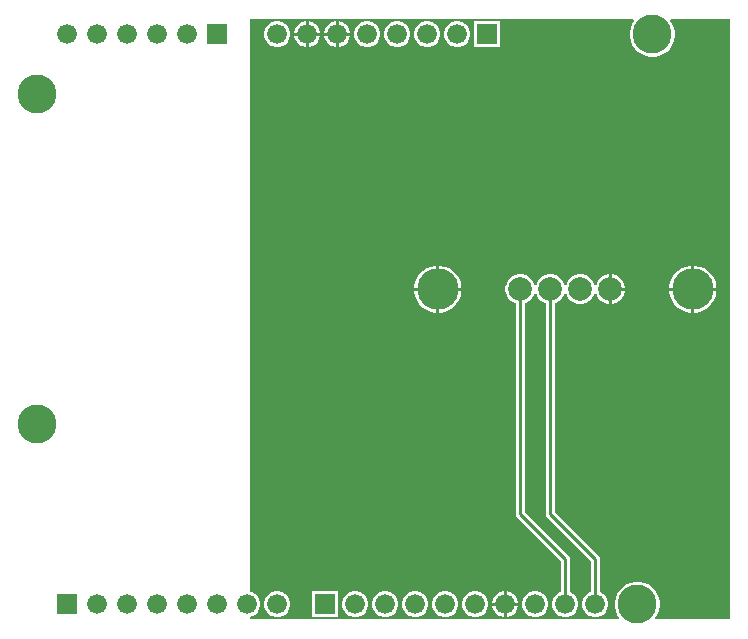
<source format=gbl>
G04*
G04 #@! TF.GenerationSoftware,Altium Limited,Altium Designer,23.10.1 (27)*
G04*
G04 Layer_Physical_Order=2*
G04 Layer_Color=16711680*
%FSLAX44Y44*%
%MOMM*%
G71*
G04*
G04 #@! TF.SameCoordinates,07F531DC-FA92-4897-9D3F-F805C0A64ABC*
G04*
G04*
G04 #@! TF.FilePolarity,Positive*
G04*
G01*
G75*
%ADD13C,0.2540*%
%ADD28C,1.6764*%
%ADD29C,3.3000*%
%ADD30R,1.6764X1.6764*%
%ADD31C,2.0000*%
%ADD32C,3.5000*%
G36*
X1358900Y444500D02*
X1296101D01*
X1295422Y445770D01*
X1297033Y448181D01*
X1298468Y451646D01*
X1299200Y455325D01*
Y459075D01*
X1298468Y462754D01*
X1297033Y466219D01*
X1294949Y469337D01*
X1292297Y471989D01*
X1289179Y474073D01*
X1285714Y475508D01*
X1282035Y476240D01*
X1278285D01*
X1274606Y475508D01*
X1271141Y474073D01*
X1268023Y471989D01*
X1265371Y469337D01*
X1263287Y466219D01*
X1261852Y462754D01*
X1261120Y459075D01*
Y455325D01*
X1261852Y451646D01*
X1263287Y448181D01*
X1264898Y445770D01*
X1264219Y444500D01*
X952500D01*
Y446573D01*
X954176Y447022D01*
X956666Y448460D01*
X958700Y450494D01*
X960138Y452984D01*
X960882Y455762D01*
Y458638D01*
X960138Y461416D01*
X958700Y463906D01*
X956666Y465940D01*
X954176Y467378D01*
X952500Y467827D01*
Y952500D01*
X1276919D01*
X1277598Y951230D01*
X1275987Y948819D01*
X1274552Y945354D01*
X1273820Y941675D01*
Y937925D01*
X1274552Y934246D01*
X1275987Y930781D01*
X1278071Y927663D01*
X1280723Y925011D01*
X1283841Y922927D01*
X1287306Y921492D01*
X1290985Y920760D01*
X1294735D01*
X1298414Y921492D01*
X1301879Y922927D01*
X1304997Y925011D01*
X1307649Y927663D01*
X1309733Y930781D01*
X1311168Y934246D01*
X1311900Y937925D01*
Y941675D01*
X1311168Y945354D01*
X1309733Y948819D01*
X1308122Y951230D01*
X1308801Y952500D01*
X1358900D01*
Y444500D01*
D02*
G37*
%LPC*%
G36*
X1027598Y950722D02*
X1027430D01*
Y941070D01*
X1037082D01*
Y941238D01*
X1036338Y944016D01*
X1034900Y946506D01*
X1032866Y948540D01*
X1030376Y949978D01*
X1027598Y950722D01*
D02*
G37*
G36*
X1002198D02*
X1002030D01*
Y941070D01*
X1011682D01*
Y941238D01*
X1010938Y944016D01*
X1009500Y946506D01*
X1007466Y948540D01*
X1004976Y949978D01*
X1002198Y950722D01*
D02*
G37*
G36*
X1024890D02*
X1024722D01*
X1021944Y949978D01*
X1019454Y948540D01*
X1017420Y946506D01*
X1015982Y944016D01*
X1015238Y941238D01*
Y941070D01*
X1024890D01*
Y950722D01*
D02*
G37*
G36*
X999490D02*
X999322D01*
X996544Y949978D01*
X994054Y948540D01*
X992020Y946506D01*
X990582Y944016D01*
X989838Y941238D01*
Y941070D01*
X999490D01*
Y950722D01*
D02*
G37*
G36*
X1164082D02*
X1142238D01*
Y928878D01*
X1164082D01*
Y950722D01*
D02*
G37*
G36*
X1129198D02*
X1126322D01*
X1123544Y949978D01*
X1121054Y948540D01*
X1119020Y946506D01*
X1117582Y944016D01*
X1116838Y941238D01*
Y938362D01*
X1117582Y935584D01*
X1119020Y933094D01*
X1121054Y931060D01*
X1123544Y929622D01*
X1126322Y928878D01*
X1129198D01*
X1131976Y929622D01*
X1134466Y931060D01*
X1136500Y933094D01*
X1137938Y935584D01*
X1138682Y938362D01*
Y941238D01*
X1137938Y944016D01*
X1136500Y946506D01*
X1134466Y948540D01*
X1131976Y949978D01*
X1129198Y950722D01*
D02*
G37*
G36*
X1103798D02*
X1100922D01*
X1098144Y949978D01*
X1095654Y948540D01*
X1093620Y946506D01*
X1092182Y944016D01*
X1091438Y941238D01*
Y938362D01*
X1092182Y935584D01*
X1093620Y933094D01*
X1095654Y931060D01*
X1098144Y929622D01*
X1100922Y928878D01*
X1103798D01*
X1106576Y929622D01*
X1109066Y931060D01*
X1111100Y933094D01*
X1112538Y935584D01*
X1113282Y938362D01*
Y941238D01*
X1112538Y944016D01*
X1111100Y946506D01*
X1109066Y948540D01*
X1106576Y949978D01*
X1103798Y950722D01*
D02*
G37*
G36*
X1078398D02*
X1075522D01*
X1072744Y949978D01*
X1070254Y948540D01*
X1068220Y946506D01*
X1066782Y944016D01*
X1066038Y941238D01*
Y938362D01*
X1066782Y935584D01*
X1068220Y933094D01*
X1070254Y931060D01*
X1072744Y929622D01*
X1075522Y928878D01*
X1078398D01*
X1081176Y929622D01*
X1083666Y931060D01*
X1085700Y933094D01*
X1087138Y935584D01*
X1087882Y938362D01*
Y941238D01*
X1087138Y944016D01*
X1085700Y946506D01*
X1083666Y948540D01*
X1081176Y949978D01*
X1078398Y950722D01*
D02*
G37*
G36*
X1052998D02*
X1050122D01*
X1047344Y949978D01*
X1044854Y948540D01*
X1042820Y946506D01*
X1041382Y944016D01*
X1040638Y941238D01*
Y938362D01*
X1041382Y935584D01*
X1042820Y933094D01*
X1044854Y931060D01*
X1047344Y929622D01*
X1050122Y928878D01*
X1052998D01*
X1055776Y929622D01*
X1058266Y931060D01*
X1060300Y933094D01*
X1061738Y935584D01*
X1062482Y938362D01*
Y941238D01*
X1061738Y944016D01*
X1060300Y946506D01*
X1058266Y948540D01*
X1055776Y949978D01*
X1052998Y950722D01*
D02*
G37*
G36*
X1037082Y938530D02*
X1027430D01*
Y928878D01*
X1027598D01*
X1030376Y929622D01*
X1032866Y931060D01*
X1034900Y933094D01*
X1036338Y935584D01*
X1037082Y938362D01*
Y938530D01*
D02*
G37*
G36*
X1024890D02*
X1015238D01*
Y938362D01*
X1015982Y935584D01*
X1017420Y933094D01*
X1019454Y931060D01*
X1021944Y929622D01*
X1024722Y928878D01*
X1024890D01*
Y938530D01*
D02*
G37*
G36*
X1011682D02*
X1002030D01*
Y928878D01*
X1002198D01*
X1004976Y929622D01*
X1007466Y931060D01*
X1009500Y933094D01*
X1010938Y935584D01*
X1011682Y938362D01*
Y938530D01*
D02*
G37*
G36*
X999490D02*
X989838D01*
Y938362D01*
X990582Y935584D01*
X992020Y933094D01*
X994054Y931060D01*
X996544Y929622D01*
X999322Y928878D01*
X999490D01*
Y938530D01*
D02*
G37*
G36*
X976798Y950722D02*
X973922D01*
X971144Y949978D01*
X968654Y948540D01*
X966620Y946506D01*
X965182Y944016D01*
X964438Y941238D01*
Y938362D01*
X965182Y935584D01*
X966620Y933094D01*
X968654Y931060D01*
X971144Y929622D01*
X973922Y928878D01*
X976798D01*
X979576Y929622D01*
X982066Y931060D01*
X984100Y933094D01*
X985538Y935584D01*
X986282Y938362D01*
Y941238D01*
X985538Y944016D01*
X984100Y946506D01*
X982066Y948540D01*
X979576Y949978D01*
X976798Y950722D01*
D02*
G37*
G36*
X1256030Y736440D02*
X1255649D01*
X1252460Y735585D01*
X1249600Y733934D01*
X1247265Y731600D01*
X1245615Y728740D01*
X1245257Y727407D01*
X1243943D01*
X1243585Y728740D01*
X1241935Y731600D01*
X1239600Y733934D01*
X1236740Y735585D01*
X1233551Y736440D01*
X1230249D01*
X1227060Y735585D01*
X1224200Y733934D01*
X1221865Y731600D01*
X1220215Y728740D01*
X1219857Y727407D01*
X1218543D01*
X1218185Y728740D01*
X1216535Y731600D01*
X1214200Y733934D01*
X1211340Y735585D01*
X1208151Y736440D01*
X1204849D01*
X1201660Y735585D01*
X1198800Y733934D01*
X1196466Y731600D01*
X1194815Y728740D01*
X1194457Y727407D01*
X1193143D01*
X1192785Y728740D01*
X1191134Y731600D01*
X1188800Y733934D01*
X1185940Y735585D01*
X1182751Y736440D01*
X1179449D01*
X1176260Y735585D01*
X1173400Y733934D01*
X1171066Y731600D01*
X1169415Y728740D01*
X1168560Y725551D01*
Y722249D01*
X1169415Y719060D01*
X1171066Y716200D01*
X1173400Y713866D01*
X1176260Y712215D01*
X1177215Y711958D01*
Y533400D01*
X1177511Y531913D01*
X1178353Y530653D01*
X1215315Y493691D01*
Y467466D01*
X1214984Y467378D01*
X1212494Y465940D01*
X1210460Y463906D01*
X1209022Y461416D01*
X1208278Y458638D01*
Y455762D01*
X1209022Y452984D01*
X1210460Y450494D01*
X1212494Y448460D01*
X1214984Y447022D01*
X1217762Y446278D01*
X1220638D01*
X1223416Y447022D01*
X1225906Y448460D01*
X1227940Y450494D01*
X1229378Y452984D01*
X1230122Y455762D01*
Y458638D01*
X1229378Y461416D01*
X1227940Y463906D01*
X1225906Y465940D01*
X1223416Y467378D01*
X1223085Y467466D01*
Y495300D01*
X1222789Y496787D01*
X1221947Y498047D01*
X1184985Y535009D01*
Y711958D01*
X1185940Y712215D01*
X1188800Y713866D01*
X1191134Y716200D01*
X1192785Y719060D01*
X1193143Y720393D01*
X1194457D01*
X1194815Y719060D01*
X1196466Y716200D01*
X1198800Y713866D01*
X1201660Y712215D01*
X1202615Y711958D01*
Y533400D01*
X1202911Y531913D01*
X1203753Y530653D01*
X1240715Y493691D01*
Y467466D01*
X1240384Y467378D01*
X1237894Y465940D01*
X1235860Y463906D01*
X1234422Y461416D01*
X1233678Y458638D01*
Y455762D01*
X1234422Y452984D01*
X1235860Y450494D01*
X1237894Y448460D01*
X1240384Y447022D01*
X1243162Y446278D01*
X1246038D01*
X1248816Y447022D01*
X1251306Y448460D01*
X1253340Y450494D01*
X1254778Y452984D01*
X1255522Y455762D01*
Y458638D01*
X1254778Y461416D01*
X1253340Y463906D01*
X1251306Y465940D01*
X1248816Y467378D01*
X1248485Y467466D01*
Y495300D01*
X1248189Y496787D01*
X1247347Y498047D01*
X1210385Y535009D01*
Y711958D01*
X1211340Y712215D01*
X1214200Y713866D01*
X1216535Y716200D01*
X1218185Y719060D01*
X1218543Y720393D01*
X1219857D01*
X1220215Y719060D01*
X1221865Y716200D01*
X1224200Y713866D01*
X1227060Y712215D01*
X1230249Y711360D01*
X1233551D01*
X1236740Y712215D01*
X1239600Y713866D01*
X1241935Y716200D01*
X1243585Y719060D01*
X1243943Y720393D01*
X1245257D01*
X1245615Y719060D01*
X1247265Y716200D01*
X1249600Y713866D01*
X1252460Y712215D01*
X1255649Y711360D01*
X1256030D01*
Y723900D01*
Y736440D01*
D02*
G37*
G36*
X1329124Y743940D02*
X1328420D01*
Y725170D01*
X1347190D01*
Y725874D01*
X1346420Y729745D01*
X1344909Y733392D01*
X1342716Y736675D01*
X1339925Y739466D01*
X1336642Y741659D01*
X1332995Y743170D01*
X1329124Y743940D01*
D02*
G37*
G36*
X1258951Y736440D02*
X1258570D01*
Y725170D01*
X1269840D01*
Y725551D01*
X1268985Y728740D01*
X1267335Y731600D01*
X1265000Y733934D01*
X1262140Y735585D01*
X1258951Y736440D01*
D02*
G37*
G36*
X1113224Y743940D02*
X1112520D01*
Y725170D01*
X1131290D01*
Y725874D01*
X1130520Y729745D01*
X1129009Y733392D01*
X1126816Y736675D01*
X1124025Y739466D01*
X1120742Y741659D01*
X1117095Y743170D01*
X1113224Y743940D01*
D02*
G37*
G36*
X1325880D02*
X1325176D01*
X1321304Y743170D01*
X1317657Y741659D01*
X1314375Y739466D01*
X1311584Y736675D01*
X1309391Y733392D01*
X1307880Y729745D01*
X1307110Y725874D01*
Y725170D01*
X1325880D01*
Y743940D01*
D02*
G37*
G36*
X1109980D02*
X1109276D01*
X1105405Y743170D01*
X1101758Y741659D01*
X1098475Y739466D01*
X1095684Y736675D01*
X1093491Y733392D01*
X1091980Y729745D01*
X1091210Y725874D01*
Y725170D01*
X1109980D01*
Y743940D01*
D02*
G37*
G36*
X1269840Y722630D02*
X1258570D01*
Y711360D01*
X1258951D01*
X1262140Y712215D01*
X1265000Y713866D01*
X1267335Y716200D01*
X1268985Y719060D01*
X1269840Y722249D01*
Y722630D01*
D02*
G37*
G36*
X1347190D02*
X1328420D01*
Y703860D01*
X1329124D01*
X1332995Y704630D01*
X1336642Y706141D01*
X1339925Y708334D01*
X1342716Y711125D01*
X1344909Y714408D01*
X1346420Y718055D01*
X1347190Y721926D01*
Y722630D01*
D02*
G37*
G36*
X1325880D02*
X1307110D01*
Y721926D01*
X1307880Y718055D01*
X1309391Y714408D01*
X1311584Y711125D01*
X1314375Y708334D01*
X1317657Y706141D01*
X1321304Y704630D01*
X1325176Y703860D01*
X1325880D01*
Y722630D01*
D02*
G37*
G36*
X1131290D02*
X1112520D01*
Y703860D01*
X1113224D01*
X1117095Y704630D01*
X1120742Y706141D01*
X1124025Y708334D01*
X1126816Y711125D01*
X1129009Y714408D01*
X1130520Y718055D01*
X1131290Y721926D01*
Y722630D01*
D02*
G37*
G36*
X1109980D02*
X1091210D01*
Y721926D01*
X1091980Y718055D01*
X1093491Y714408D01*
X1095684Y711125D01*
X1098475Y708334D01*
X1101758Y706141D01*
X1105405Y704630D01*
X1109276Y703860D01*
X1109980D01*
Y722630D01*
D02*
G37*
G36*
X1169838Y468122D02*
X1169670D01*
Y458470D01*
X1179322D01*
Y458638D01*
X1178578Y461416D01*
X1177140Y463906D01*
X1175106Y465940D01*
X1172616Y467378D01*
X1169838Y468122D01*
D02*
G37*
G36*
X1167130D02*
X1166962D01*
X1164184Y467378D01*
X1161694Y465940D01*
X1159660Y463906D01*
X1158222Y461416D01*
X1157478Y458638D01*
Y458470D01*
X1167130D01*
Y468122D01*
D02*
G37*
G36*
X1195238D02*
X1192362D01*
X1189584Y467378D01*
X1187094Y465940D01*
X1185060Y463906D01*
X1183622Y461416D01*
X1182878Y458638D01*
Y455762D01*
X1183622Y452984D01*
X1185060Y450494D01*
X1187094Y448460D01*
X1189584Y447022D01*
X1192362Y446278D01*
X1195238D01*
X1198016Y447022D01*
X1200506Y448460D01*
X1202540Y450494D01*
X1203978Y452984D01*
X1204722Y455762D01*
Y458638D01*
X1203978Y461416D01*
X1202540Y463906D01*
X1200506Y465940D01*
X1198016Y467378D01*
X1195238Y468122D01*
D02*
G37*
G36*
X1179322Y455930D02*
X1169670D01*
Y446278D01*
X1169838D01*
X1172616Y447022D01*
X1175106Y448460D01*
X1177140Y450494D01*
X1178578Y452984D01*
X1179322Y455762D01*
Y455930D01*
D02*
G37*
G36*
X1167130D02*
X1157478D01*
Y455762D01*
X1158222Y452984D01*
X1159660Y450494D01*
X1161694Y448460D01*
X1164184Y447022D01*
X1166962Y446278D01*
X1167130D01*
Y455930D01*
D02*
G37*
G36*
X1144438Y468122D02*
X1141562D01*
X1138784Y467378D01*
X1136294Y465940D01*
X1134260Y463906D01*
X1132822Y461416D01*
X1132078Y458638D01*
Y455762D01*
X1132822Y452984D01*
X1134260Y450494D01*
X1136294Y448460D01*
X1138784Y447022D01*
X1141562Y446278D01*
X1144438D01*
X1147216Y447022D01*
X1149706Y448460D01*
X1151740Y450494D01*
X1153178Y452984D01*
X1153922Y455762D01*
Y458638D01*
X1153178Y461416D01*
X1151740Y463906D01*
X1149706Y465940D01*
X1147216Y467378D01*
X1144438Y468122D01*
D02*
G37*
G36*
X1119038D02*
X1116162D01*
X1113384Y467378D01*
X1110894Y465940D01*
X1108860Y463906D01*
X1107422Y461416D01*
X1106678Y458638D01*
Y455762D01*
X1107422Y452984D01*
X1108860Y450494D01*
X1110894Y448460D01*
X1113384Y447022D01*
X1116162Y446278D01*
X1119038D01*
X1121816Y447022D01*
X1124306Y448460D01*
X1126340Y450494D01*
X1127778Y452984D01*
X1128522Y455762D01*
Y458638D01*
X1127778Y461416D01*
X1126340Y463906D01*
X1124306Y465940D01*
X1121816Y467378D01*
X1119038Y468122D01*
D02*
G37*
G36*
X1093638D02*
X1090762D01*
X1087984Y467378D01*
X1085494Y465940D01*
X1083460Y463906D01*
X1082022Y461416D01*
X1081278Y458638D01*
Y455762D01*
X1082022Y452984D01*
X1083460Y450494D01*
X1085494Y448460D01*
X1087984Y447022D01*
X1090762Y446278D01*
X1093638D01*
X1096416Y447022D01*
X1098906Y448460D01*
X1100940Y450494D01*
X1102378Y452984D01*
X1103122Y455762D01*
Y458638D01*
X1102378Y461416D01*
X1100940Y463906D01*
X1098906Y465940D01*
X1096416Y467378D01*
X1093638Y468122D01*
D02*
G37*
G36*
X1068238D02*
X1065362D01*
X1062584Y467378D01*
X1060094Y465940D01*
X1058060Y463906D01*
X1056622Y461416D01*
X1055878Y458638D01*
Y455762D01*
X1056622Y452984D01*
X1058060Y450494D01*
X1060094Y448460D01*
X1062584Y447022D01*
X1065362Y446278D01*
X1068238D01*
X1071016Y447022D01*
X1073506Y448460D01*
X1075540Y450494D01*
X1076978Y452984D01*
X1077722Y455762D01*
Y458638D01*
X1076978Y461416D01*
X1075540Y463906D01*
X1073506Y465940D01*
X1071016Y467378D01*
X1068238Y468122D01*
D02*
G37*
G36*
X1042838D02*
X1039962D01*
X1037184Y467378D01*
X1034694Y465940D01*
X1032660Y463906D01*
X1031222Y461416D01*
X1030478Y458638D01*
Y455762D01*
X1031222Y452984D01*
X1032660Y450494D01*
X1034694Y448460D01*
X1037184Y447022D01*
X1039962Y446278D01*
X1042838D01*
X1045616Y447022D01*
X1048106Y448460D01*
X1050140Y450494D01*
X1051578Y452984D01*
X1052322Y455762D01*
Y458638D01*
X1051578Y461416D01*
X1050140Y463906D01*
X1048106Y465940D01*
X1045616Y467378D01*
X1042838Y468122D01*
D02*
G37*
G36*
X1026922D02*
X1005078D01*
Y446278D01*
X1026922D01*
Y468122D01*
D02*
G37*
G36*
X976798D02*
X973922D01*
X971144Y467378D01*
X968654Y465940D01*
X966620Y463906D01*
X965182Y461416D01*
X964438Y458638D01*
Y455762D01*
X965182Y452984D01*
X966620Y450494D01*
X968654Y448460D01*
X971144Y447022D01*
X973922Y446278D01*
X976798D01*
X979576Y447022D01*
X982066Y448460D01*
X984100Y450494D01*
X985538Y452984D01*
X986282Y455762D01*
Y458638D01*
X985538Y461416D01*
X984100Y463906D01*
X982066Y465940D01*
X979576Y467378D01*
X976798Y468122D01*
D02*
G37*
%LPD*%
D13*
X1219200Y457200D02*
Y495300D01*
X1181100Y533400D02*
Y723900D01*
Y533400D02*
X1219200Y495300D01*
X1206500Y533400D02*
Y723900D01*
X1244600Y457200D02*
Y495300D01*
X1206500Y533400D02*
X1244600Y495300D01*
D28*
X1102360Y939800D02*
D03*
X1076960D02*
D03*
X1127760D02*
D03*
X1026160D02*
D03*
X1000760D02*
D03*
X1051560D02*
D03*
X1092200Y457200D02*
D03*
X1117600D02*
D03*
X1041400D02*
D03*
X1066800D02*
D03*
X1244600D02*
D03*
X1219200D02*
D03*
X1168400D02*
D03*
X1143000D02*
D03*
X1193800D02*
D03*
X899160Y939800D02*
D03*
X873760D02*
D03*
X975360D02*
D03*
X822960D02*
D03*
X797560D02*
D03*
X848360D02*
D03*
Y457200D02*
D03*
X822960D02*
D03*
X899160D02*
D03*
X873760D02*
D03*
X949960D02*
D03*
X924560D02*
D03*
X975360D02*
D03*
D29*
X1292860Y939800D02*
D03*
X1280160Y457200D02*
D03*
X772160Y609600D02*
D03*
Y889000D02*
D03*
D30*
X1153160Y939800D02*
D03*
X1016000Y457200D02*
D03*
X924560Y939800D02*
D03*
X797560Y457200D02*
D03*
D31*
X1231900Y723900D02*
D03*
X1257300D02*
D03*
X1206500D02*
D03*
X1181100D02*
D03*
D32*
X1327150D02*
D03*
X1111250D02*
D03*
M02*

</source>
